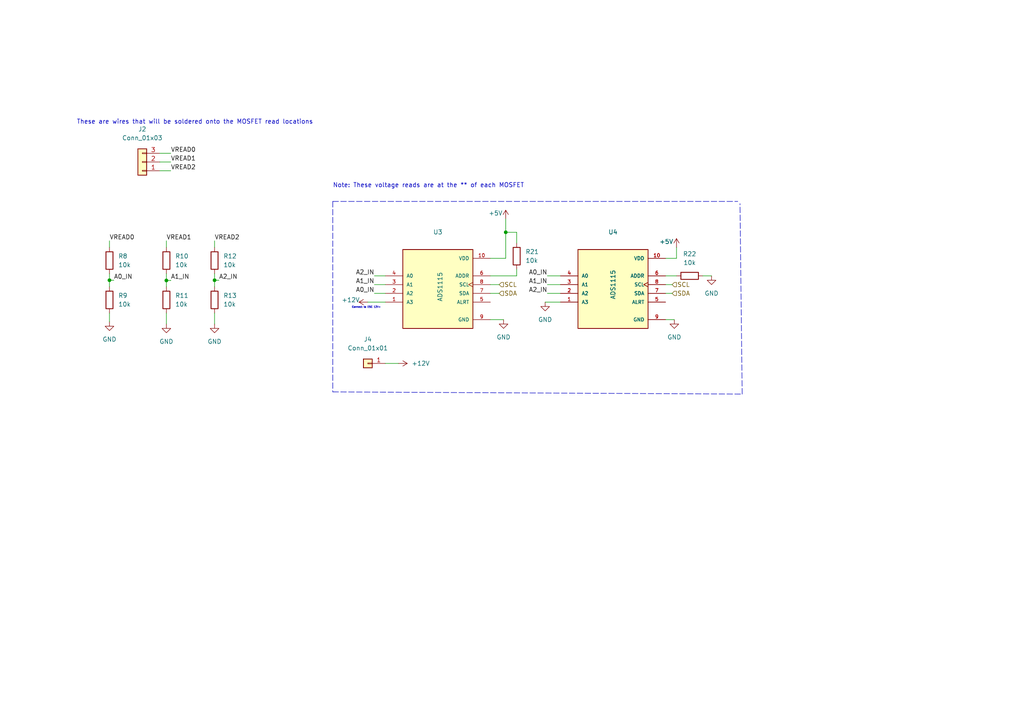
<source format=kicad_sch>
(kicad_sch (version 20211123) (generator eeschema)
  (paper "A4")
  (lib_symbols
    (symbol "Connector_Generic:Conn_01x01" (pin_names (offset 1.016) hide)
      (property "Reference" "J" (at 0 2.54 0))
      (property "Value" "Conn_01x01" (at 0 -2.54 0))
      (symbol "Conn_01x01_1_1"
        (rectangle (start -1.27 0.127) (end 0 -0.127) (stroke (width 0.1524)))
        (rectangle (start -1.27 1.27) (end 1.27 -1.27) (stroke (width 0.254)) (fill (type background)))
        (pin passive line (at -5.08 0 0) (length 3.81) (name "Pin_1") (number "1"))
      )
    )
    (symbol "Connector_Generic:Conn_01x03" (pin_names (offset 1.016) hide)
      (property "Reference" "J" (at 0 5.08 0))
      (property "Value" "Conn_01x03" (at 0 -5.08 0))
      (symbol "Conn_01x03_1_1"
        (rectangle (start -1.27 -2.413) (end 0 -2.667) (stroke (width 0.1524)))
        (rectangle (start -1.27 0.127) (end 0 -0.127) (stroke (width 0.1524)))
        (rectangle (start -1.27 2.667) (end 0 2.413) (stroke (width 0.1524)))
        (rectangle (start -1.27 3.81) (end 1.27 -3.81) (stroke (width 0.254)) (fill (type background)))
        (pin passive line (at -5.08 2.54 0) (length 3.81) (name "Pin_1") (number "1"))
        (pin passive line (at -5.08 0 0) (length 3.81) (name "Pin_2") (number "2"))
        (pin passive line (at -5.08 -2.54 0) (length 3.81) (name "Pin_3") (number "3"))
      )
    )
    (symbol "Device:R" (pin_numbers hide) (pin_names (offset 0))
      (property "Reference" "R" (at 2.032 0 90))
      (property "Value" "R" (at 0 0 90))
      (symbol "R_0_1"
        (rectangle (start -1.016 -2.54) (end 1.016 2.54) (stroke (width 0.254)))
      )
      (symbol "R_1_1"
        (pin passive line (at 0 3.81 270) (length 1.27) (name "~") (number "1"))
        (pin passive line (at 0 -3.81 90) (length 1.27) (name "~") (number "2"))
      )
    )
    (symbol "MODULE_1085:ADS1115" (pin_names (offset 1.016))
      (property "Reference" "U" (at -10.16 10.795 0))
      (property "Value" "ADS1115" (at 0 -5.08 90))
      (symbol "ADS1115_0_0"
        (rectangle (start -10.16 -12.7) (end 10.16 10.16) (stroke (width 0.254)) (fill (type background)))
        (pin input line (at -15.24 -5.08 0) (length 5.08) (name "A3") (number "1"))
        (pin power_in line (at 15.24 7.62 180) (length 5.08) (name "VDD") (number "10"))
        (pin input line (at -15.24 -2.54 0) (length 5.08) (name "A2") (number "2"))
        (pin input line (at -15.24 0 0) (length 5.08) (name "A1") (number "3"))
        (pin input line (at -15.24 2.54 0) (length 5.08) (name "A0") (number "4"))
        (pin output line (at 15.24 -5.08 180) (length 5.08) (name "ALRT") (number "5"))
        (pin input line (at 15.24 2.54 180) (length 5.08) (name "ADDR") (number "6"))
        (pin bidirectional line (at 15.24 -2.54 180) (length 5.08) (name "SDA") (number "7"))
        (pin input clock (at 15.24 0 180) (length 5.08) (name "SCL") (number "8"))
        (pin power_in line (at 15.24 -10.16 180) (length 5.08) (name "GND") (number "9"))
      )
    )
    (symbol "power:+12V" (power) (pin_names (offset 0))
      (property "Value" "+12V" (at 0 3.556 0))
      (symbol "+12V_0_1"
        (polyline (pts (xy -0.762 1.27) (xy 0 2.54)))
        (polyline (pts (xy 0 0) (xy 0 2.54)))
        (polyline (pts (xy 0 2.54) (xy 0.762 1.27)))
      )
      (symbol "+12V_1_1"
        (pin power_in line (at 0 0 90) (length 0) hide (name "+12V") (number "1"))
      )
    )
    (symbol "power:+5V" (power) (pin_names (offset 0))
      (property "Value" "+5V" (at 0 3.556 0))
      (symbol "+5V_0_1"
        (polyline (pts (xy -0.762 1.27) (xy 0 2.54)))
        (polyline (pts (xy 0 0) (xy 0 2.54)))
        (polyline (pts (xy 0 2.54) (xy 0.762 1.27)))
      )
      (symbol "+5V_1_1"
        (pin power_in line (at 0 0 90) (length 0) hide (name "+5V") (number "1"))
      )
    )
    (symbol "power:GND" (power) (pin_names (offset 0))
      (property "Value" "GND" (at 0 -3.81 0))
      (symbol "GND_0_1"
        (polyline (pts (xy 0 0) (xy 0 -1.27) (xy 1.27 -1.27) (xy 0 -2.54) (xy -1.27 -1.27) (xy 0 -1.27)))
      )
      (symbol "GND_1_1"
        (pin power_in line (at 0 0 270) (length 0) hide (name "GND") (number "1"))
      )
    )
  )
  (junction (at 48.26 81.349))
  (junction (at 146.685 67.3714))
  (junction (at 31.75 81.28))
  (junction (at 62.23 81.28))
  (wire (pts (xy 193.04 85.09) (xy 194.945 85.09)))
  (wire (pts (xy 146.685 74.93) (xy 146.685 67.3714)))
  (wire (pts (xy 142.24 82.55) (xy 144.78 82.55)))
  (polyline (pts (xy 215.265 114.3) (xy 214.63 59.055)))
  (polyline (pts (xy 96.52 58.42) (xy 96.52 113.665)))
  (wire (pts (xy 48.26 81.349) (xy 49.53 81.349)))
  (wire (pts (xy 108.585 82.55) (xy 111.76 82.55)))
  (wire (pts (xy 48.26 81.349) (xy 48.26 83.185)))
  (wire (pts (xy 196.215 74.93) (xy 196.215 71.755)))
  (wire (pts (xy 158.75 82.55) (xy 162.56 82.55)))
  (wire (pts (xy 31.75 81.28) (xy 31.75 83.185)))
  (wire (pts (xy 62.23 69.85) (xy 62.23 71.755)))
  (wire (pts (xy 31.75 69.85) (xy 31.75 71.755)))
  (wire (pts (xy 142.24 80.01) (xy 149.86 80.01)))
  (wire (pts (xy 142.24 85.09) (xy 144.78 85.09)))
  (wire (pts (xy 62.23 81.28) (xy 63.5 81.28)))
  (polyline (pts (xy 96.52 113.665) (xy 215.265 114.3)))
  (wire (pts (xy 203.835 80.01) (xy 206.375 80.01)))
  (wire (pts (xy 48.26 90.805) (xy 48.26 93.98)))
  (wire (pts (xy 31.75 90.805) (xy 31.75 93.345)))
  (wire (pts (xy 46.355 44.45) (xy 49.53 44.45)))
  (wire (pts (xy 31.75 79.375) (xy 31.75 81.28)))
  (wire (pts (xy 108.585 80.01) (xy 111.76 80.01)))
  (wire (pts (xy 49.53 81.349) (xy 49.53 81.28)))
  (wire (pts (xy 46.355 49.53) (xy 49.53 49.53)))
  (wire (pts (xy 48.26 79.375) (xy 48.26 81.349)))
  (wire (pts (xy 62.23 81.28) (xy 62.23 83.185)))
  (wire (pts (xy 142.24 74.93) (xy 146.685 74.93)))
  (wire (pts (xy 193.04 74.93) (xy 196.215 74.93)))
  (wire (pts (xy 48.26 69.85) (xy 48.26 71.755)))
  (wire (pts (xy 146.685 67.3714) (xy 146.685 63.5)))
  (wire (pts (xy 111.76 105.41) (xy 115.57 105.41)))
  (wire (pts (xy 193.04 80.01) (xy 196.215 80.01)))
  (wire (pts (xy 193.04 92.71) (xy 195.58 92.71)))
  (polyline (pts (xy 96.52 58.42) (xy 213.995 58.42)))
  (wire (pts (xy 193.04 82.55) (xy 194.945 82.55)))
  (wire (pts (xy 149.86 80.01) (xy 149.86 78.105)))
  (wire (pts (xy 158.75 80.01) (xy 162.56 80.01)))
  (wire (pts (xy 158.75 85.09) (xy 162.56 85.09)))
  (wire (pts (xy 149.86 67.3714) (xy 146.685 67.3714)))
  (wire (pts (xy 62.23 90.805) (xy 62.23 93.98)))
  (wire (pts (xy 108.585 85.09) (xy 111.76 85.09)))
  (wire (pts (xy 149.86 70.485) (xy 149.86 67.3714)))
  (wire (pts (xy 46.355 46.99) (xy 49.53 46.99)))
  (wire (pts (xy 142.24 92.71) (xy 146.05 92.71)))
  (wire (pts (xy 158.115 87.63) (xy 162.56 87.63)))
  (wire (pts (xy 62.23 79.375) (xy 62.23 81.28)))
  (wire (pts (xy 106.68 87.63) (xy 111.76 87.63)))
  (wire (pts (xy 31.75 81.28) (xy 33.02 81.28)))
  (text "Connect to ESC 12V+\n" (at 110.49 89.535 180) (effects (font (size 0.5 0.5)) (justify right bottom)))
  (text "These are wires that will be soldered onto the MOSFET read locations\n" (at 22.225 36.195 0) (effects (font (size 1.27 1.27)) (justify left bottom)))
  (text "Note: These voltage reads are at the ** of each MOSFET" (at 96.52 54.61 0) (effects (font (size 1.27 1.27)) (justify left bottom)))
  (label "A0_IN" (at 108.585 85.09 180))
  (label "VREAD0" (at 31.75 69.85 0))
  (label "A1_IN" (at 108.585 82.55 180))
  (label "A2_IN" (at 158.75 85.09 180))
  (label "VREAD1" (at 48.26 69.85 0))
  (label "VREAD2" (at 49.53 49.53 0))
  (label "VREAD2" (at 62.23 69.85 0))
  (label "A1_IN" (at 49.53 81.28 0))
  (label "A2_IN" (at 63.5 81.28 0))
  (label "A2_IN" (at 108.585 80.01 180))
  (label "A0_IN" (at 33.02 81.28 0))
  (label "A1_IN" (at 158.75 82.55 180))
  (label "VREAD1" (at 49.53 46.99 0))
  (label "A0_IN" (at 158.75 80.01 180))
  (label "VREAD0" (at 49.53 44.45 0))
  (hierarchical_label "SCL" (shape input) (at 194.945 82.55 0))
  (hierarchical_label "SDA" (shape input) (at 144.78 85.09 0))
  (hierarchical_label "SDA" (shape input) (at 194.945 85.09 0))
  (hierarchical_label "SCL" (shape input) (at 144.78 82.55 0))
  (symbol (lib_id "Device:R") (at 62.23 75.565 0) (unit 1)
    (property "Reference" "R12" (at 64.77 74.2949 0) (effects (justify left)))
    (property "Value" "10k" (at 64.77 76.8349 0) (effects (justify left)))
    (property "Footprint" "Resistor_THT:R_Box_L8.4mm_W2.5mm_P5.08mm" (effects hide))
  )
  (symbol (lib_id "power:+12V") (at 115.57 105.41 270) (unit 1)
    (property "Reference" "#PWR0139" (effects hide))
    (property "Value" "+12V" (at 119.38 105.4099 90) (effects (justify left)))
  )
  (symbol (lib_id "power:GND") (at 146.05 92.71 0) (unit 1)
    (property "Reference" "#PWR0135" (effects hide))
    (property "Value" "GND" (at 146.05 97.79 0))
  )
  (symbol (lib_id "Device:R") (at 31.75 86.995 0) (unit 1)
    (property "Reference" "R9" (at 34.29 85.7249 0) (effects (justify left)))
    (property "Value" "10k" (at 34.29 88.2649 0) (effects (justify left)))
    (property "Footprint" "Resistor_THT:R_Box_L8.4mm_W2.5mm_P5.08mm" (effects hide))
  )
  (symbol (lib_id "power:GND") (at 206.375 80.01 0) (unit 1)
    (property "Reference" "#PWR0132" (effects hide))
    (property "Value" "GND" (at 206.375 85.09 0))
  )
  (symbol (lib_id "Device:R") (at 31.75 75.565 0) (unit 1)
    (property "Reference" "R8" (at 34.29 74.2949 0) (effects (justify left)))
    (property "Value" "10k" (at 34.29 76.8349 0) (effects (justify left)))
    (property "Footprint" "Resistor_THT:R_Box_L8.4mm_W2.5mm_P5.08mm" (effects hide))
  )
  (symbol (lib_id "power:+5V") (at 196.215 71.755 0) (unit 1)
    (property "Reference" "#PWR0131" (effects hide))
    (property "Value" "+5V" (at 193.2624 70.0851 0))
  )
  (symbol (lib_id "power:GND") (at 62.23 93.98 0) (unit 1)
    (property "Reference" "#PWR0140" (effects hide))
    (property "Value" "GND" (at 62.23 99.06 0))
  )
  (symbol (lib_id "power:GND") (at 48.26 93.98 0) (unit 1)
    (property "Reference" "#PWR0136" (effects hide))
    (property "Value" "GND" (at 48.26 99.06 0))
  )
  (symbol (lib_id "Device:R") (at 48.26 86.995 0) (unit 1)
    (property "Reference" "R11" (at 50.8 85.7249 0) (effects (justify left)))
    (property "Value" "10k" (at 50.8 88.2649 0) (effects (justify left)))
    (property "Footprint" "Resistor_THT:R_Box_L8.4mm_W2.5mm_P5.08mm" (effects hide))
  )
  (symbol (lib_id "MODULE_1085:ADS1115") (at 177.8 82.55 0) (unit 1)
    (property "Reference" "U4" (at 177.8 67.31 0))
    (property "Value" "ADS1115" (at 177.8 82.55 90))
    (property "Footprint" "Package_DIP:ADS1115" (effects hide))
    (property "STANDARD" "Manufacturer Recommendations" (effects hide))
    (property "MANUFACTURER" "Adafruit" (effects hide))
    (property "PARTREV" "N/A" (effects hide))
    (property "MAXIMUM_PACKAGE_HEIGHT" "N/A" (effects hide))
  )
  (symbol (lib_id "power:GND") (at 31.75 93.345 0) (unit 1)
    (property "Reference" "#PWR0137" (effects hide))
    (property "Value" "GND" (at 31.75 98.425 0))
  )
  (symbol (lib_id "power:GND") (at 195.58 92.71 0) (unit 1)
    (property "Reference" "#PWR0133" (effects hide))
    (property "Value" "GND" (at 195.58 97.79 0))
  )
  (symbol (lib_id "power:+5V") (at 146.685 63.5 0) (unit 1)
    (property "Reference" "#PWR0134" (effects hide))
    (property "Value" "+5V" (at 143.7324 61.8301 0))
  )
  (symbol (lib_id "Device:R") (at 149.86 74.295 0) (unit 1)
    (property "Reference" "R21" (at 152.4 73.0249 0) (effects (justify left)))
    (property "Value" "10k" (at 152.4 75.5649 0) (effects (justify left)))
    (property "Footprint" "Resistor_THT:R_Box_L8.4mm_W2.5mm_P5.08mm" (effects hide))
  )
  (symbol (lib_id "power:+12V") (at 106.68 87.63 90) (unit 1)
    (property "Reference" "#PWR0138" (effects hide))
    (property "Value" "+12V" (at 99.06 86.995 90) (effects (justify right)))
  )
  (symbol (lib_id "Device:R") (at 200.025 80.01 90) (unit 1)
    (property "Reference" "R22" (at 200.025 73.66 90))
    (property "Value" "10k" (at 200.025 76.2 90))
    (property "Footprint" "Resistor_THT:R_Box_L8.4mm_W2.5mm_P5.08mm" (effects hide))
  )
  (symbol (lib_id "Connector_Generic:Conn_01x03") (at 41.275 46.99 180) (unit 1)
    (property "Reference" "J2" (at 41.275 37.465 0))
    (property "Value" "Conn_01x03" (at 41.275 40.005 0))
    (property "Footprint" "Connector_PinHeader_2.54mm:PinHeader_1x03_P2.54mm_Vertical" (effects hide))
  )
  (symbol (lib_id "MODULE_1085:ADS1115") (at 127 82.55 0) (unit 1)
    (property "Reference" "U3" (at 127 67.31 0))
    (property "Value" "ADS1115" (at 127.635 83.185 90))
    (property "Footprint" "Package_DIP:ADS1115" (effects hide))
    (property "STANDARD" "Manufacturer Recommendations" (effects hide))
    (property "MANUFACTURER" "Adafruit" (effects hide))
    (property "PARTREV" "N/A" (effects hide))
    (property "MAXIMUM_PACKAGE_HEIGHT" "N/A" (effects hide))
  )
  (symbol (lib_id "Device:R") (at 48.26 75.565 0) (unit 1)
    (property "Reference" "R10" (at 50.8 74.2949 0) (effects (justify left)))
    (property "Value" "10k" (at 50.8 76.8349 0) (effects (justify left)))
    (property "Footprint" "Resistor_THT:R_Box_L8.4mm_W2.5mm_P5.08mm" (effects hide))
  )
  (symbol (lib_id "power:GND") (at 158.115 87.63 0) (unit 1)
    (property "Reference" "#PWR0143" (effects hide))
    (property "Value" "GND" (at 158.115 92.71 0))
  )
  (symbol (lib_id "Device:R") (at 62.23 86.995 0) (unit 1)
    (property "Reference" "R13" (at 64.77 85.7249 0) (effects (justify left)))
    (property "Value" "10k" (at 64.77 88.2649 0) (effects (justify left)))
    (property "Footprint" "Resistor_THT:R_Box_L8.4mm_W2.5mm_P5.08mm" (effects hide))
  )
  (symbol (lib_id "Connector_Generic:Conn_01x01") (at 106.68 105.41 180) (unit 1)
    (property "Reference" "J4" (at 106.68 98.425 0))
    (property "Value" "Conn_01x01" (at 106.68 100.965 0))
    (property "Footprint" "Connector_PinHeader_2.54mm:PinHeader_1x01_P2.54mm_Vertical" (effects hide))
  )
)
</source>
